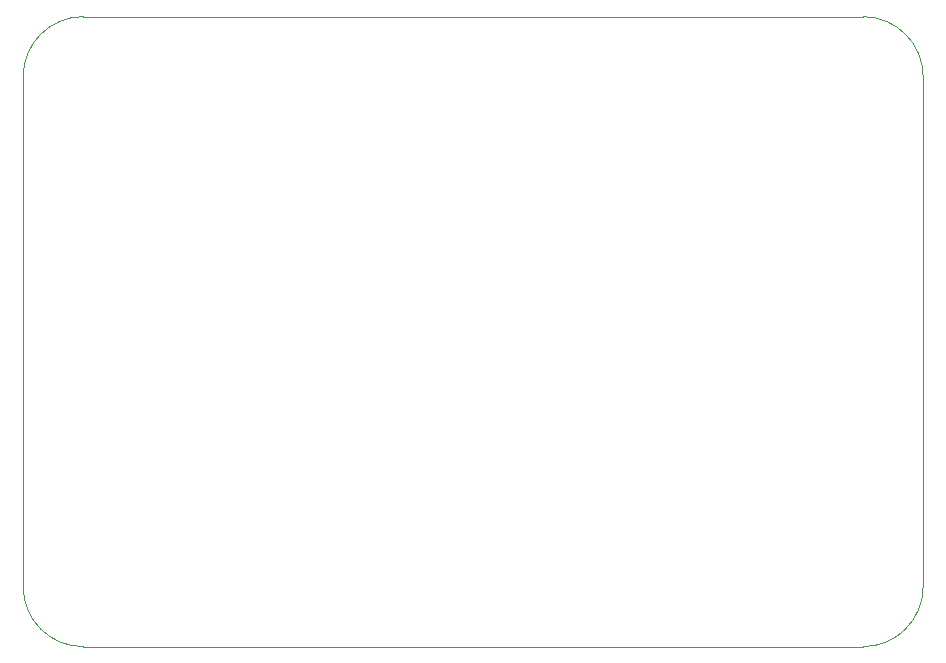
<source format=gbr>
%TF.GenerationSoftware,KiCad,Pcbnew,7.0.8-7.0.8~ubuntu22.04.1*%
%TF.CreationDate,2023-10-29T22:01:59-04:00*%
%TF.ProjectId,relay_board,72656c61-795f-4626-9f61-72642e6b6963,rev?*%
%TF.SameCoordinates,Original*%
%TF.FileFunction,Profile,NP*%
%FSLAX46Y46*%
G04 Gerber Fmt 4.6, Leading zero omitted, Abs format (unit mm)*
G04 Created by KiCad (PCBNEW 7.0.8-7.0.8~ubuntu22.04.1) date 2023-10-29 22:01:59*
%MOMM*%
%LPD*%
G01*
G04 APERTURE LIST*
%TA.AperFunction,Profile*%
%ADD10C,0.100000*%
%TD*%
G04 APERTURE END LIST*
D10*
X223520000Y-116840000D02*
G75*
G03*
X228600000Y-111760000I0J5080000D01*
G01*
X152400000Y-111760000D02*
G75*
G03*
X157480000Y-116840000I5080000J0D01*
G01*
X223520000Y-116840000D02*
X157480000Y-116840000D01*
X228600000Y-68580000D02*
G75*
G03*
X223520000Y-63500000I-5080000J0D01*
G01*
X228600000Y-68580000D02*
X228600000Y-111760000D01*
X157480000Y-63500000D02*
G75*
G03*
X152400000Y-68580000I0J-5080000D01*
G01*
X152400000Y-111760000D02*
X152400000Y-68580000D01*
X157480000Y-63500000D02*
X223520000Y-63500000D01*
M02*

</source>
